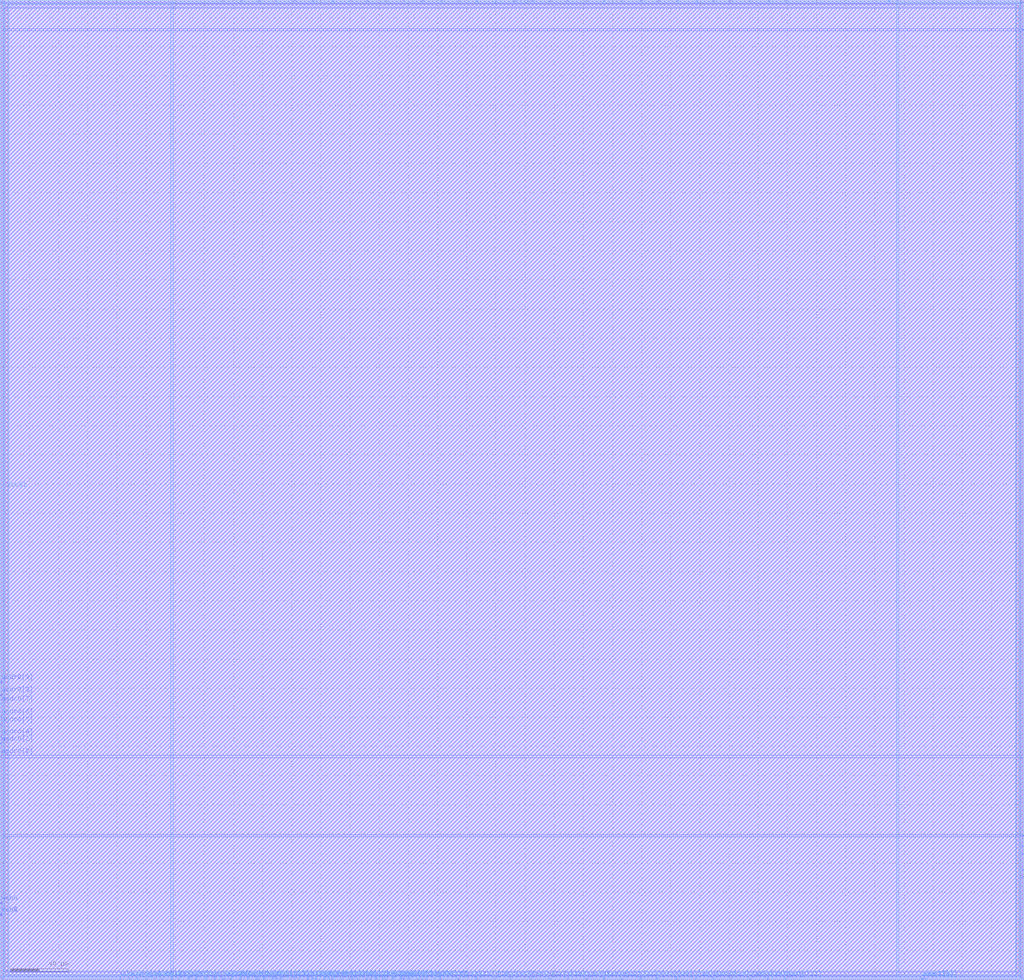
<source format=lef>
VERSION 5.4 ;
NAMESCASESENSITIVE ON ;
BUSBITCHARS "[]" ;
DIVIDERCHAR "/" ;
UNITS
  DATABASE MICRONS 2000 ;
END UNITS
MACRO sky130_sram_4kbyte_1rw1r_32x1024_8
   CLASS BLOCK ;
   SIZE 702.14 BY 672.22 ;
   SYMMETRY X Y R90 ;
   PIN din0[0]
      DIRECTION INPUT ;
      PORT
         LAYER met4 ;
         RECT  117.64 0.0 118.02 1.06 ;
      END
   END din0[0]
   PIN din0[1]
      DIRECTION INPUT ;
      PORT
         LAYER met4 ;
         RECT  122.4 0.0 122.78 1.06 ;
      END
   END din0[1]
   PIN din0[2]
      DIRECTION INPUT ;
      PORT
         LAYER met4 ;
         RECT  129.2 0.0 129.58 1.06 ;
      END
   END din0[2]
   PIN din0[3]
      DIRECTION INPUT ;
      PORT
         LAYER met4 ;
         RECT  133.96 0.0 134.34 1.06 ;
      END
   END din0[3]
   PIN din0[4]
      DIRECTION INPUT ;
      PORT
         LAYER met4 ;
         RECT  140.76 0.0 141.14 1.06 ;
      END
   END din0[4]
   PIN din0[5]
      DIRECTION INPUT ;
      PORT
         LAYER met4 ;
         RECT  146.88 0.0 147.26 1.06 ;
      END
   END din0[5]
   PIN din0[6]
      DIRECTION INPUT ;
      PORT
         LAYER met4 ;
         RECT  152.32 0.0 152.7 1.06 ;
      END
   END din0[6]
   PIN din0[7]
      DIRECTION INPUT ;
      PORT
         LAYER met4 ;
         RECT  157.76 0.0 158.14 1.06 ;
      END
   END din0[7]
   PIN din0[8]
      DIRECTION INPUT ;
      PORT
         LAYER met4 ;
         RECT  163.88 0.0 164.26 1.06 ;
      END
   END din0[8]
   PIN din0[9]
      DIRECTION INPUT ;
      PORT
         LAYER met4 ;
         RECT  169.32 0.0 169.7 1.06 ;
      END
   END din0[9]
   PIN din0[10]
      DIRECTION INPUT ;
      PORT
         LAYER met4 ;
         RECT  175.44 0.0 175.82 1.06 ;
      END
   END din0[10]
   PIN din0[11]
      DIRECTION INPUT ;
      PORT
         LAYER met4 ;
         RECT  180.88 0.0 181.26 1.06 ;
      END
   END din0[11]
   PIN din0[12]
      DIRECTION INPUT ;
      PORT
         LAYER met4 ;
         RECT  187.0 0.0 187.38 1.06 ;
      END
   END din0[12]
   PIN din0[13]
      DIRECTION INPUT ;
      PORT
         LAYER met4 ;
         RECT  192.44 0.0 192.82 1.06 ;
      END
   END din0[13]
   PIN din0[14]
      DIRECTION INPUT ;
      PORT
         LAYER met4 ;
         RECT  199.24 0.0 199.62 1.06 ;
      END
   END din0[14]
   PIN din0[15]
      DIRECTION INPUT ;
      PORT
         LAYER met4 ;
         RECT  204.68 0.0 205.06 1.06 ;
      END
   END din0[15]
   PIN din0[16]
      DIRECTION INPUT ;
      PORT
         LAYER met4 ;
         RECT  210.8 0.0 211.18 1.06 ;
      END
   END din0[16]
   PIN din0[17]
      DIRECTION INPUT ;
      PORT
         LAYER met4 ;
         RECT  216.24 0.0 216.62 1.06 ;
      END
   END din0[17]
   PIN din0[18]
      DIRECTION INPUT ;
      PORT
         LAYER met4 ;
         RECT  222.36 0.0 222.74 1.06 ;
      END
   END din0[18]
   PIN din0[19]
      DIRECTION INPUT ;
      PORT
         LAYER met4 ;
         RECT  227.8 0.0 228.18 1.06 ;
      END
   END din0[19]
   PIN din0[20]
      DIRECTION INPUT ;
      PORT
         LAYER met4 ;
         RECT  233.92 0.0 234.3 1.06 ;
      END
   END din0[20]
   PIN din0[21]
      DIRECTION INPUT ;
      PORT
         LAYER met4 ;
         RECT  239.36 0.0 239.74 1.06 ;
      END
   END din0[21]
   PIN din0[22]
      DIRECTION INPUT ;
      PORT
         LAYER met4 ;
         RECT  244.8 0.0 245.18 1.06 ;
      END
   END din0[22]
   PIN din0[23]
      DIRECTION INPUT ;
      PORT
         LAYER met4 ;
         RECT  250.92 0.0 251.3 1.06 ;
      END
   END din0[23]
   PIN din0[24]
      DIRECTION INPUT ;
      PORT
         LAYER met4 ;
         RECT  257.72 0.0 258.1 1.06 ;
      END
   END din0[24]
   PIN din0[25]
      DIRECTION INPUT ;
      PORT
         LAYER met4 ;
         RECT  262.48 0.0 262.86 1.06 ;
      END
   END din0[25]
   PIN din0[26]
      DIRECTION INPUT ;
      PORT
         LAYER met4 ;
         RECT  269.28 0.0 269.66 1.06 ;
      END
   END din0[26]
   PIN din0[27]
      DIRECTION INPUT ;
      PORT
         LAYER met4 ;
         RECT  274.72 0.0 275.1 1.06 ;
      END
   END din0[27]
   PIN din0[28]
      DIRECTION INPUT ;
      PORT
         LAYER met4 ;
         RECT  280.16 0.0 280.54 1.06 ;
      END
   END din0[28]
   PIN din0[29]
      DIRECTION INPUT ;
      PORT
         LAYER met4 ;
         RECT  286.28 0.0 286.66 1.06 ;
      END
   END din0[29]
   PIN din0[30]
      DIRECTION INPUT ;
      PORT
         LAYER met4 ;
         RECT  291.72 0.0 292.1 1.06 ;
      END
   END din0[30]
   PIN din0[31]
      DIRECTION INPUT ;
      PORT
         LAYER met4 ;
         RECT  297.84 0.0 298.22 1.06 ;
      END
   END din0[31]
   PIN addr0[0]
      DIRECTION INPUT ;
      PORT
         LAYER met4 ;
         RECT  82.28 0.0 82.66 1.06 ;
      END
   END addr0[0]
   PIN addr0[1]
      DIRECTION INPUT ;
      PORT
         LAYER met4 ;
         RECT  88.4 0.0 88.78 1.06 ;
      END
   END addr0[1]
   PIN addr0[2]
      DIRECTION INPUT ;
      PORT
         LAYER met3 ;
         RECT  0.0 153.0 1.06 153.38 ;
      END
   END addr0[2]
   PIN addr0[3]
      DIRECTION INPUT ;
      PORT
         LAYER met3 ;
         RECT  0.0 161.84 1.06 162.22 ;
      END
   END addr0[3]
   PIN addr0[4]
      DIRECTION INPUT ;
      PORT
         LAYER met3 ;
         RECT  0.0 166.6 1.06 166.98 ;
      END
   END addr0[4]
   PIN addr0[5]
      DIRECTION INPUT ;
      PORT
         LAYER met3 ;
         RECT  0.0 174.76 1.06 175.14 ;
      END
   END addr0[5]
   PIN addr0[6]
      DIRECTION INPUT ;
      PORT
         LAYER met3 ;
         RECT  0.0 180.2 1.06 180.58 ;
      END
   END addr0[6]
   PIN addr0[7]
      DIRECTION INPUT ;
      PORT
         LAYER met3 ;
         RECT  0.0 189.04 1.06 189.42 ;
      END
   END addr0[7]
   PIN addr0[8]
      DIRECTION INPUT ;
      PORT
         LAYER met3 ;
         RECT  0.0 195.16 1.06 195.54 ;
      END
   END addr0[8]
   PIN addr0[9]
      DIRECTION INPUT ;
      PORT
         LAYER met3 ;
         RECT  0.0 204.0 1.06 204.38 ;
      END
   END addr0[9]
   PIN addr1[0]
      DIRECTION INPUT ;
      PORT
         LAYER met4 ;
         RECT  615.4 671.16 615.78 672.22 ;
      END
   END addr1[0]
   PIN addr1[1]
      DIRECTION INPUT ;
      PORT
         LAYER met4 ;
         RECT  609.28 671.16 609.66 672.22 ;
      END
   END addr1[1]
   PIN addr1[2]
      DIRECTION INPUT ;
      PORT
         LAYER met3 ;
         RECT  701.08 98.6 702.14 98.98 ;
      END
   END addr1[2]
   PIN addr1[3]
      DIRECTION INPUT ;
      PORT
         LAYER met3 ;
         RECT  701.08 91.12 702.14 91.5 ;
      END
   END addr1[3]
   PIN addr1[4]
      DIRECTION INPUT ;
      PORT
         LAYER met3 ;
         RECT  701.08 86.36 702.14 86.74 ;
      END
   END addr1[4]
   PIN addr1[5]
      DIRECTION INPUT ;
      PORT
         LAYER met3 ;
         RECT  701.08 75.48 702.14 75.86 ;
      END
   END addr1[5]
   PIN addr1[6]
      DIRECTION INPUT ;
      PORT
         LAYER met3 ;
         RECT  701.08 70.72 702.14 71.1 ;
      END
   END addr1[6]
   PIN addr1[7]
      DIRECTION INPUT ;
      PORT
         LAYER met4 ;
         RECT  634.44 0.0 634.82 1.06 ;
      END
   END addr1[7]
   PIN addr1[8]
      DIRECTION INPUT ;
      PORT
         LAYER met4 ;
         RECT  631.72 0.0 632.1 1.06 ;
      END
   END addr1[8]
   PIN addr1[9]
      DIRECTION INPUT ;
      PORT
         LAYER met4 ;
         RECT  632.4 0.0 632.78 1.06 ;
      END
   END addr1[9]
   PIN csb0
      DIRECTION INPUT ;
      PORT
         LAYER met3 ;
         RECT  0.0 44.2 1.06 44.58 ;
      END
   END csb0
   PIN csb1
      DIRECTION INPUT ;
      PORT
         LAYER met3 ;
         RECT  701.08 651.44 702.14 651.82 ;
      END
   END csb1
   PIN web0
      DIRECTION INPUT ;
      PORT
         LAYER met3 ;
         RECT  0.0 52.36 1.06 52.74 ;
      END
   END web0
   PIN clk0
      DIRECTION INPUT ;
      PORT
         LAYER met3 ;
         RECT  0.0 44.88 1.06 45.26 ;
      END
   END clk0
   PIN clk1
      DIRECTION INPUT ;
      PORT
         LAYER met4 ;
         RECT  670.48 671.16 670.86 672.22 ;
      END
   END clk1
   PIN wmask0[0]
      DIRECTION INPUT ;
      PORT
         LAYER met4 ;
         RECT  93.84 0.0 94.22 1.06 ;
      END
   END wmask0[0]
   PIN wmask0[1]
      DIRECTION INPUT ;
      PORT
         LAYER met4 ;
         RECT  99.96 0.0 100.34 1.06 ;
      END
   END wmask0[1]
   PIN wmask0[2]
      DIRECTION INPUT ;
      PORT
         LAYER met4 ;
         RECT  106.08 0.0 106.46 1.06 ;
      END
   END wmask0[2]
   PIN wmask0[3]
      DIRECTION INPUT ;
      PORT
         LAYER met4 ;
         RECT  110.84 0.0 111.22 1.06 ;
      END
   END wmask0[3]
   PIN dout0[0]
      DIRECTION OUTPUT ;
      PORT
         LAYER met4 ;
         RECT  153.68 0.0 154.06 1.06 ;
      END
   END dout0[0]
   PIN dout0[1]
      DIRECTION OUTPUT ;
      PORT
         LAYER met4 ;
         RECT  164.56 0.0 164.94 1.06 ;
      END
   END dout0[1]
   PIN dout0[2]
      DIRECTION OUTPUT ;
      PORT
         LAYER met4 ;
         RECT  176.8 0.0 177.18 1.06 ;
      END
   END dout0[2]
   PIN dout0[3]
      DIRECTION OUTPUT ;
      PORT
         LAYER met4 ;
         RECT  189.72 0.0 190.1 1.06 ;
      END
   END dout0[3]
   PIN dout0[4]
      DIRECTION OUTPUT ;
      PORT
         LAYER met4 ;
         RECT  201.96 0.0 202.34 1.06 ;
      END
   END dout0[4]
   PIN dout0[5]
      DIRECTION OUTPUT ;
      PORT
         LAYER met4 ;
         RECT  214.2 0.0 214.58 1.06 ;
      END
   END dout0[5]
   PIN dout0[6]
      DIRECTION OUTPUT ;
      PORT
         LAYER met4 ;
         RECT  225.76 0.0 226.14 1.06 ;
      END
   END dout0[6]
   PIN dout0[7]
      DIRECTION OUTPUT ;
      PORT
         LAYER met4 ;
         RECT  241.4 0.0 241.78 1.06 ;
      END
   END dout0[7]
   PIN dout0[8]
      DIRECTION OUTPUT ;
      PORT
         LAYER met4 ;
         RECT  253.64 0.0 254.02 1.06 ;
      END
   END dout0[8]
   PIN dout0[9]
      DIRECTION OUTPUT ;
      PORT
         LAYER met4 ;
         RECT  264.52 0.0 264.9 1.06 ;
      END
   END dout0[9]
   PIN dout0[10]
      DIRECTION OUTPUT ;
      PORT
         LAYER met4 ;
         RECT  276.76 0.0 277.14 1.06 ;
      END
   END dout0[10]
   PIN dout0[11]
      DIRECTION OUTPUT ;
      PORT
         LAYER met4 ;
         RECT  289.0 0.0 289.38 1.06 ;
      END
   END dout0[11]
   PIN dout0[12]
      DIRECTION OUTPUT ;
      PORT
         LAYER met4 ;
         RECT  301.92 0.0 302.3 1.06 ;
      END
   END dout0[12]
   PIN dout0[13]
      DIRECTION OUTPUT ;
      PORT
         LAYER met4 ;
         RECT  314.16 0.0 314.54 1.06 ;
      END
   END dout0[13]
   PIN dout0[14]
      DIRECTION OUTPUT ;
      PORT
         LAYER met4 ;
         RECT  326.4 0.0 326.78 1.06 ;
      END
   END dout0[14]
   PIN dout0[15]
      DIRECTION OUTPUT ;
      PORT
         LAYER met4 ;
         RECT  339.32 0.0 339.7 1.06 ;
      END
   END dout0[15]
   PIN dout0[16]
      DIRECTION OUTPUT ;
      PORT
         LAYER met4 ;
         RECT  350.2 0.0 350.58 1.06 ;
      END
   END dout0[16]
   PIN dout0[17]
      DIRECTION OUTPUT ;
      PORT
         LAYER met4 ;
         RECT  363.8 0.0 364.18 1.06 ;
      END
   END dout0[17]
   PIN dout0[18]
      DIRECTION OUTPUT ;
      PORT
         LAYER met4 ;
         RECT  376.72 0.0 377.1 1.06 ;
      END
   END dout0[18]
   PIN dout0[19]
      DIRECTION OUTPUT ;
      PORT
         LAYER met4 ;
         RECT  388.96 0.0 389.34 1.06 ;
      END
   END dout0[19]
   PIN dout0[20]
      DIRECTION OUTPUT ;
      PORT
         LAYER met4 ;
         RECT  401.88 0.0 402.26 1.06 ;
      END
   END dout0[20]
   PIN dout0[21]
      DIRECTION OUTPUT ;
      PORT
         LAYER met4 ;
         RECT  414.12 0.0 414.5 1.06 ;
      END
   END dout0[21]
   PIN dout0[22]
      DIRECTION OUTPUT ;
      PORT
         LAYER met4 ;
         RECT  426.36 0.0 426.74 1.06 ;
      END
   END dout0[22]
   PIN dout0[23]
      DIRECTION OUTPUT ;
      PORT
         LAYER met4 ;
         RECT  439.28 0.0 439.66 1.06 ;
      END
   END dout0[23]
   PIN dout0[24]
      DIRECTION OUTPUT ;
      PORT
         LAYER met4 ;
         RECT  450.16 0.0 450.54 1.06 ;
      END
   END dout0[24]
   PIN dout0[25]
      DIRECTION OUTPUT ;
      PORT
         LAYER met4 ;
         RECT  463.76 0.0 464.14 1.06 ;
      END
   END dout0[25]
   PIN dout0[26]
      DIRECTION OUTPUT ;
      PORT
         LAYER met4 ;
         RECT  476.68 0.0 477.06 1.06 ;
      END
   END dout0[26]
   PIN dout0[27]
      DIRECTION OUTPUT ;
      PORT
         LAYER met4 ;
         RECT  488.92 0.0 489.3 1.06 ;
      END
   END dout0[27]
   PIN dout0[28]
      DIRECTION OUTPUT ;
      PORT
         LAYER met4 ;
         RECT  501.16 0.0 501.54 1.06 ;
      END
   END dout0[28]
   PIN dout0[29]
      DIRECTION OUTPUT ;
      PORT
         LAYER met4 ;
         RECT  514.08 0.0 514.46 1.06 ;
      END
   END dout0[29]
   PIN dout0[30]
      DIRECTION OUTPUT ;
      PORT
         LAYER met4 ;
         RECT  526.32 0.0 526.7 1.06 ;
      END
   END dout0[30]
   PIN dout0[31]
      DIRECTION OUTPUT ;
      PORT
         LAYER met4 ;
         RECT  538.56 0.0 538.94 1.06 ;
      END
   END dout0[31]
   PIN dout1[0]
      DIRECTION OUTPUT ;
      PORT
         LAYER met4 ;
         RECT  152.32 671.16 152.7 672.22 ;
      END
   END dout1[0]
   PIN dout1[1]
      DIRECTION OUTPUT ;
      PORT
         LAYER met4 ;
         RECT  165.24 671.16 165.62 672.22 ;
      END
   END dout1[1]
   PIN dout1[2]
      DIRECTION OUTPUT ;
      PORT
         LAYER met4 ;
         RECT  177.48 671.16 177.86 672.22 ;
      END
   END dout1[2]
   PIN dout1[3]
      DIRECTION OUTPUT ;
      PORT
         LAYER met4 ;
         RECT  189.04 671.16 189.42 672.22 ;
      END
   END dout1[3]
   PIN dout1[4]
      DIRECTION OUTPUT ;
      PORT
         LAYER met4 ;
         RECT  201.96 671.16 202.34 672.22 ;
      END
   END dout1[4]
   PIN dout1[5]
      DIRECTION OUTPUT ;
      PORT
         LAYER met4 ;
         RECT  214.2 671.16 214.58 672.22 ;
      END
   END dout1[5]
   PIN dout1[6]
      DIRECTION OUTPUT ;
      PORT
         LAYER met4 ;
         RECT  227.8 671.16 228.18 672.22 ;
      END
   END dout1[6]
   PIN dout1[7]
      DIRECTION OUTPUT ;
      PORT
         LAYER met4 ;
         RECT  240.04 671.16 240.42 672.22 ;
      END
   END dout1[7]
   PIN dout1[8]
      DIRECTION OUTPUT ;
      PORT
         LAYER met4 ;
         RECT  251.6 671.16 251.98 672.22 ;
      END
   END dout1[8]
   PIN dout1[9]
      DIRECTION OUTPUT ;
      PORT
         LAYER met4 ;
         RECT  264.52 671.16 264.9 672.22 ;
      END
   END dout1[9]
   PIN dout1[10]
      DIRECTION OUTPUT ;
      PORT
         LAYER met4 ;
         RECT  276.76 671.16 277.14 672.22 ;
      END
   END dout1[10]
   PIN dout1[11]
      DIRECTION OUTPUT ;
      PORT
         LAYER met4 ;
         RECT  289.68 671.16 290.06 672.22 ;
      END
   END dout1[11]
   PIN dout1[12]
      DIRECTION OUTPUT ;
      PORT
         LAYER met4 ;
         RECT  302.6 671.16 302.98 672.22 ;
      END
   END dout1[12]
   PIN dout1[13]
      DIRECTION OUTPUT ;
      PORT
         LAYER met4 ;
         RECT  314.16 671.16 314.54 672.22 ;
      END
   END dout1[13]
   PIN dout1[14]
      DIRECTION OUTPUT ;
      PORT
         LAYER met4 ;
         RECT  326.4 671.16 326.78 672.22 ;
      END
   END dout1[14]
   PIN dout1[15]
      DIRECTION OUTPUT ;
      PORT
         LAYER met4 ;
         RECT  340.0 671.16 340.38 672.22 ;
      END
   END dout1[15]
   PIN dout1[16]
      DIRECTION OUTPUT ;
      PORT
         LAYER met4 ;
         RECT  352.24 671.16 352.62 672.22 ;
      END
   END dout1[16]
   PIN dout1[17]
      DIRECTION OUTPUT ;
      PORT
         LAYER met4 ;
         RECT  365.16 671.16 365.54 672.22 ;
      END
   END dout1[17]
   PIN dout1[18]
      DIRECTION OUTPUT ;
      PORT
         LAYER met4 ;
         RECT  377.4 671.16 377.78 672.22 ;
      END
   END dout1[18]
   PIN dout1[19]
      DIRECTION OUTPUT ;
      PORT
         LAYER met4 ;
         RECT  388.96 671.16 389.34 672.22 ;
      END
   END dout1[19]
   PIN dout1[20]
      DIRECTION OUTPUT ;
      PORT
         LAYER met4 ;
         RECT  401.88 671.16 402.26 672.22 ;
      END
   END dout1[20]
   PIN dout1[21]
      DIRECTION OUTPUT ;
      PORT
         LAYER met4 ;
         RECT  414.12 671.16 414.5 672.22 ;
      END
   END dout1[21]
   PIN dout1[22]
      DIRECTION OUTPUT ;
      PORT
         LAYER met4 ;
         RECT  426.36 671.16 426.74 672.22 ;
      END
   END dout1[22]
   PIN dout1[23]
      DIRECTION OUTPUT ;
      PORT
         LAYER met4 ;
         RECT  439.28 671.16 439.66 672.22 ;
      END
   END dout1[23]
   PIN dout1[24]
      DIRECTION OUTPUT ;
      PORT
         LAYER met4 ;
         RECT  451.52 671.16 451.9 672.22 ;
      END
   END dout1[24]
   PIN dout1[25]
      DIRECTION OUTPUT ;
      PORT
         LAYER met4 ;
         RECT  464.44 671.16 464.82 672.22 ;
      END
   END dout1[25]
   PIN dout1[26]
      DIRECTION OUTPUT ;
      PORT
         LAYER met4 ;
         RECT  477.36 671.16 477.74 672.22 ;
      END
   END dout1[26]
   PIN dout1[27]
      DIRECTION OUTPUT ;
      PORT
         LAYER met4 ;
         RECT  488.92 671.16 489.3 672.22 ;
      END
   END dout1[27]
   PIN dout1[28]
      DIRECTION OUTPUT ;
      PORT
         LAYER met4 ;
         RECT  501.16 671.16 501.54 672.22 ;
      END
   END dout1[28]
   PIN dout1[29]
      DIRECTION OUTPUT ;
      PORT
         LAYER met4 ;
         RECT  514.08 671.16 514.46 672.22 ;
      END
   END dout1[29]
   PIN dout1[30]
      DIRECTION OUTPUT ;
      PORT
         LAYER met4 ;
         RECT  527.0 671.16 527.38 672.22 ;
      END
   END dout1[30]
   PIN dout1[31]
      DIRECTION OUTPUT ;
      PORT
         LAYER met4 ;
         RECT  538.56 671.16 538.94 672.22 ;
      END
   END dout1[31]
   PIN vccd1
      DIRECTION INOUT ;
      USE POWER ; 
      SHAPE ABUTMENT ; 
      PORT
         LAYER met3 ;
         RECT  3.4 3.4 698.74 5.14 ;
         LAYER met4 ;
         RECT  697.0 3.4 698.74 668.82 ;
         LAYER met4 ;
         RECT  3.4 3.4 5.14 668.82 ;
         LAYER met3 ;
         RECT  3.4 667.08 698.74 668.82 ;
      END
   END vccd1
   PIN vssd1
      DIRECTION INOUT ;
      USE GROUND ; 
      SHAPE ABUTMENT ; 
      PORT
         LAYER met3 ;
         RECT  0.0 0.0 702.14 1.74 ;
         LAYER met4 ;
         RECT  0.0 0.0 1.74 672.22 ;
         LAYER met4 ;
         RECT  700.4 0.0 702.14 672.22 ;
         LAYER met3 ;
         RECT  0.0 670.48 702.14 672.22 ;
      END
   END vssd1
   OBS
   LAYER  met1 ;
      RECT  0.62 0.62 701.52 671.6 ;
   LAYER  met2 ;
      RECT  0.62 0.62 701.52 671.6 ;
   LAYER  met3 ;
      RECT  1.66 152.4 701.52 153.98 ;
      RECT  0.62 153.98 1.66 161.24 ;
      RECT  0.62 162.82 1.66 166.0 ;
      RECT  0.62 167.58 1.66 174.16 ;
      RECT  0.62 175.74 1.66 179.6 ;
      RECT  0.62 181.18 1.66 188.44 ;
      RECT  0.62 190.02 1.66 194.56 ;
      RECT  0.62 196.14 1.66 203.4 ;
      RECT  1.66 98.0 700.48 99.58 ;
      RECT  1.66 99.58 700.48 152.4 ;
      RECT  700.48 99.58 701.52 152.4 ;
      RECT  700.48 92.1 701.52 98.0 ;
      RECT  700.48 87.34 701.52 90.52 ;
      RECT  700.48 76.46 701.52 85.76 ;
      RECT  700.48 71.7 701.52 74.88 ;
      RECT  1.66 153.98 700.48 650.84 ;
      RECT  1.66 650.84 700.48 652.42 ;
      RECT  700.48 153.98 701.52 650.84 ;
      RECT  0.62 53.34 1.66 152.4 ;
      RECT  0.62 45.86 1.66 51.76 ;
      RECT  1.66 2.8 2.8 5.74 ;
      RECT  1.66 5.74 2.8 98.0 ;
      RECT  2.8 5.74 699.34 98.0 ;
      RECT  699.34 2.8 700.48 5.74 ;
      RECT  699.34 5.74 700.48 98.0 ;
      RECT  1.66 652.42 2.8 666.48 ;
      RECT  1.66 666.48 2.8 669.42 ;
      RECT  2.8 652.42 699.34 666.48 ;
      RECT  699.34 652.42 700.48 666.48 ;
      RECT  699.34 666.48 700.48 669.42 ;
      RECT  700.48 2.34 701.52 70.12 ;
      RECT  0.62 2.34 1.66 43.6 ;
      RECT  1.66 2.34 2.8 2.8 ;
      RECT  2.8 2.34 699.34 2.8 ;
      RECT  699.34 2.34 700.48 2.8 ;
      RECT  0.62 204.98 1.66 669.88 ;
      RECT  700.48 652.42 701.52 669.88 ;
      RECT  1.66 669.42 2.8 669.88 ;
      RECT  2.8 669.42 699.34 669.88 ;
      RECT  699.34 669.42 700.48 669.88 ;
   LAYER  met4 ;
      RECT  117.04 1.66 118.62 671.6 ;
      RECT  118.62 0.62 121.8 1.66 ;
      RECT  123.38 0.62 128.6 1.66 ;
      RECT  130.18 0.62 133.36 1.66 ;
      RECT  134.94 0.62 140.16 1.66 ;
      RECT  141.74 0.62 146.28 1.66 ;
      RECT  147.86 0.62 151.72 1.66 ;
      RECT  158.74 0.62 163.28 1.66 ;
      RECT  170.3 0.62 174.84 1.66 ;
      RECT  181.86 0.62 186.4 1.66 ;
      RECT  193.42 0.62 198.64 1.66 ;
      RECT  205.66 0.62 210.2 1.66 ;
      RECT  217.22 0.62 221.76 1.66 ;
      RECT  228.78 0.62 233.32 1.66 ;
      RECT  234.9 0.62 238.76 1.66 ;
      RECT  245.78 0.62 250.32 1.66 ;
      RECT  258.7 0.62 261.88 1.66 ;
      RECT  270.26 0.62 274.12 1.66 ;
      RECT  281.14 0.62 285.68 1.66 ;
      RECT  292.7 0.62 297.24 1.66 ;
      RECT  83.26 0.62 87.8 1.66 ;
      RECT  118.62 1.66 614.8 670.56 ;
      RECT  614.8 1.66 616.38 670.56 ;
      RECT  610.26 670.56 614.8 671.6 ;
      RECT  633.38 0.62 633.84 1.66 ;
      RECT  616.38 670.56 669.88 671.6 ;
      RECT  89.38 0.62 93.24 1.66 ;
      RECT  94.82 0.62 99.36 1.66 ;
      RECT  100.94 0.62 105.48 1.66 ;
      RECT  107.06 0.62 110.24 1.66 ;
      RECT  111.82 0.62 117.04 1.66 ;
      RECT  154.66 0.62 157.16 1.66 ;
      RECT  165.54 0.62 168.72 1.66 ;
      RECT  177.78 0.62 180.28 1.66 ;
      RECT  187.98 0.62 189.12 1.66 ;
      RECT  190.7 0.62 191.84 1.66 ;
      RECT  200.22 0.62 201.36 1.66 ;
      RECT  202.94 0.62 204.08 1.66 ;
      RECT  211.78 0.62 213.6 1.66 ;
      RECT  215.18 0.62 215.64 1.66 ;
      RECT  223.34 0.62 225.16 1.66 ;
      RECT  226.74 0.62 227.2 1.66 ;
      RECT  240.34 0.62 240.8 1.66 ;
      RECT  242.38 0.62 244.2 1.66 ;
      RECT  251.9 0.62 253.04 1.66 ;
      RECT  254.62 0.62 257.12 1.66 ;
      RECT  263.46 0.62 263.92 1.66 ;
      RECT  265.5 0.62 268.68 1.66 ;
      RECT  275.7 0.62 276.16 1.66 ;
      RECT  277.74 0.62 279.56 1.66 ;
      RECT  287.26 0.62 288.4 1.66 ;
      RECT  289.98 0.62 291.12 1.66 ;
      RECT  298.82 0.62 301.32 1.66 ;
      RECT  302.9 0.62 313.56 1.66 ;
      RECT  315.14 0.62 325.8 1.66 ;
      RECT  327.38 0.62 338.72 1.66 ;
      RECT  340.3 0.62 349.6 1.66 ;
      RECT  351.18 0.62 363.2 1.66 ;
      RECT  364.78 0.62 376.12 1.66 ;
      RECT  377.7 0.62 388.36 1.66 ;
      RECT  389.94 0.62 401.28 1.66 ;
      RECT  402.86 0.62 413.52 1.66 ;
      RECT  415.1 0.62 425.76 1.66 ;
      RECT  427.34 0.62 438.68 1.66 ;
      RECT  440.26 0.62 449.56 1.66 ;
      RECT  451.14 0.62 463.16 1.66 ;
      RECT  464.74 0.62 476.08 1.66 ;
      RECT  477.66 0.62 488.32 1.66 ;
      RECT  489.9 0.62 500.56 1.66 ;
      RECT  502.14 0.62 513.48 1.66 ;
      RECT  515.06 0.62 525.72 1.66 ;
      RECT  527.3 0.62 537.96 1.66 ;
      RECT  539.54 0.62 631.12 1.66 ;
      RECT  118.62 670.56 151.72 671.6 ;
      RECT  153.3 670.56 164.64 671.6 ;
      RECT  166.22 670.56 176.88 671.6 ;
      RECT  178.46 670.56 188.44 671.6 ;
      RECT  190.02 670.56 201.36 671.6 ;
      RECT  202.94 670.56 213.6 671.6 ;
      RECT  215.18 670.56 227.2 671.6 ;
      RECT  228.78 670.56 239.44 671.6 ;
      RECT  241.02 670.56 251.0 671.6 ;
      RECT  252.58 670.56 263.92 671.6 ;
      RECT  265.5 670.56 276.16 671.6 ;
      RECT  277.74 670.56 289.08 671.6 ;
      RECT  290.66 670.56 302.0 671.6 ;
      RECT  303.58 670.56 313.56 671.6 ;
      RECT  315.14 670.56 325.8 671.6 ;
      RECT  327.38 670.56 339.4 671.6 ;
      RECT  340.98 670.56 351.64 671.6 ;
      RECT  353.22 670.56 364.56 671.6 ;
      RECT  366.14 670.56 376.8 671.6 ;
      RECT  378.38 670.56 388.36 671.6 ;
      RECT  389.94 670.56 401.28 671.6 ;
      RECT  402.86 670.56 413.52 671.6 ;
      RECT  415.1 670.56 425.76 671.6 ;
      RECT  427.34 670.56 438.68 671.6 ;
      RECT  440.26 670.56 450.92 671.6 ;
      RECT  452.5 670.56 463.84 671.6 ;
      RECT  465.42 670.56 476.76 671.6 ;
      RECT  478.34 670.56 488.32 671.6 ;
      RECT  489.9 670.56 500.56 671.6 ;
      RECT  502.14 670.56 513.48 671.6 ;
      RECT  515.06 670.56 526.4 671.6 ;
      RECT  527.98 670.56 537.96 671.6 ;
      RECT  539.54 670.56 608.68 671.6 ;
      RECT  616.38 1.66 696.4 2.8 ;
      RECT  616.38 2.8 696.4 669.42 ;
      RECT  616.38 669.42 696.4 670.56 ;
      RECT  696.4 1.66 699.34 2.8 ;
      RECT  696.4 669.42 699.34 670.56 ;
      RECT  2.8 1.66 5.74 2.8 ;
      RECT  2.8 669.42 5.74 671.6 ;
      RECT  5.74 1.66 117.04 2.8 ;
      RECT  5.74 2.8 117.04 669.42 ;
      RECT  5.74 669.42 117.04 671.6 ;
      RECT  2.34 0.62 81.68 1.66 ;
      RECT  2.34 1.66 2.8 2.8 ;
      RECT  2.34 2.8 2.8 669.42 ;
      RECT  2.34 669.42 2.8 671.6 ;
      RECT  635.42 0.62 699.8 1.66 ;
      RECT  671.46 670.56 699.8 671.6 ;
      RECT  699.34 1.66 699.8 2.8 ;
      RECT  699.34 2.8 699.8 669.42 ;
      RECT  699.34 669.42 699.8 670.56 ;
   END
END    sky130_sram_4kbyte_1rw1r_32x1024_8
END    LIBRARY

</source>
